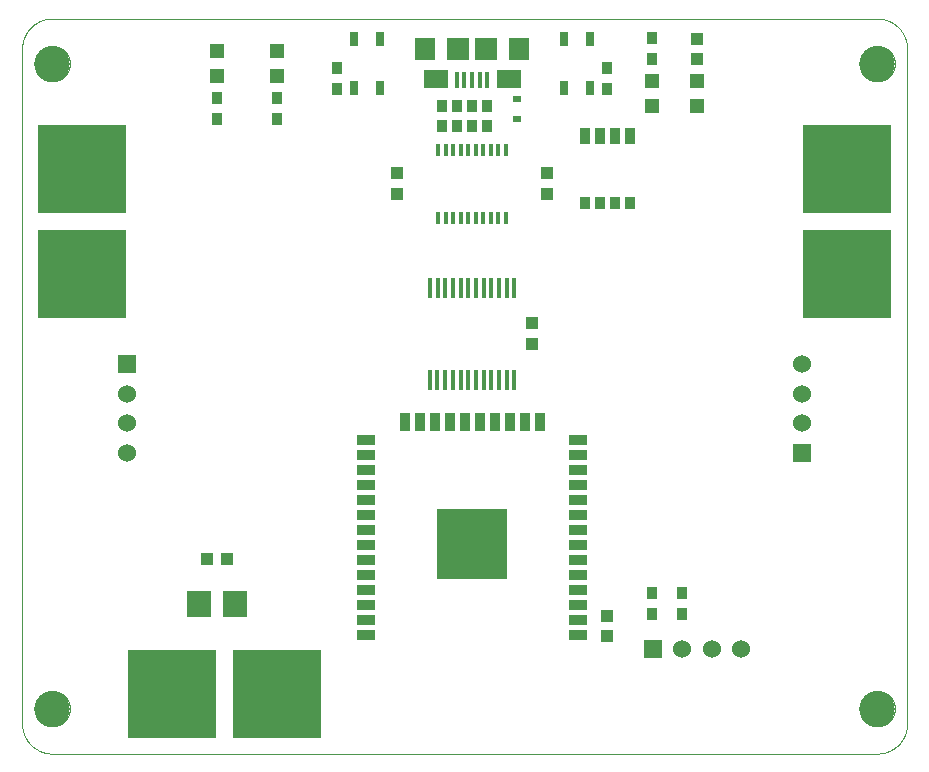
<source format=gts>
G75*
%MOIN*%
%OFA0B0*%
%FSLAX25Y25*%
%IPPOS*%
%LPD*%
%AMOC8*
5,1,8,0,0,1.08239X$1,22.5*
%
%ADD10C,0.00000*%
%ADD11R,0.02500X0.05000*%
%ADD12R,0.04252X0.04134*%
%ADD13R,0.07874X0.08661*%
%ADD14R,0.03937X0.04331*%
%ADD15R,0.04331X0.03937*%
%ADD16R,0.03346X0.04134*%
%ADD17R,0.06000X0.06000*%
%ADD18C,0.06000*%
%ADD19R,0.03150X0.02362*%
%ADD20R,0.01500X0.04303*%
%ADD21R,0.01575X0.05315*%
%ADD22R,0.08268X0.06299*%
%ADD23R,0.07087X0.07480*%
%ADD24R,0.07480X0.07480*%
%ADD25R,0.04724X0.04724*%
%ADD26R,0.01772X0.07087*%
%ADD27R,0.29528X0.29528*%
%ADD28C,0.11811*%
%ADD29R,0.03346X0.05709*%
%ADD30R,0.05906X0.03543*%
%ADD31R,0.03543X0.05906*%
%ADD32R,0.23622X0.23622*%
D10*
X0076800Y0058933D02*
X0351800Y0058933D01*
X0352042Y0058936D01*
X0352283Y0058945D01*
X0352524Y0058959D01*
X0352765Y0058980D01*
X0353005Y0059006D01*
X0353245Y0059038D01*
X0353484Y0059076D01*
X0353721Y0059119D01*
X0353958Y0059169D01*
X0354193Y0059224D01*
X0354427Y0059284D01*
X0354659Y0059351D01*
X0354890Y0059422D01*
X0355119Y0059500D01*
X0355346Y0059583D01*
X0355571Y0059671D01*
X0355794Y0059765D01*
X0356014Y0059864D01*
X0356232Y0059969D01*
X0356447Y0060078D01*
X0356660Y0060193D01*
X0356870Y0060313D01*
X0357076Y0060438D01*
X0357280Y0060568D01*
X0357481Y0060703D01*
X0357678Y0060843D01*
X0357872Y0060987D01*
X0358062Y0061136D01*
X0358248Y0061290D01*
X0358431Y0061448D01*
X0358610Y0061610D01*
X0358785Y0061777D01*
X0358956Y0061948D01*
X0359123Y0062123D01*
X0359285Y0062302D01*
X0359443Y0062485D01*
X0359597Y0062671D01*
X0359746Y0062861D01*
X0359890Y0063055D01*
X0360030Y0063252D01*
X0360165Y0063453D01*
X0360295Y0063657D01*
X0360420Y0063863D01*
X0360540Y0064073D01*
X0360655Y0064286D01*
X0360764Y0064501D01*
X0360869Y0064719D01*
X0360968Y0064939D01*
X0361062Y0065162D01*
X0361150Y0065387D01*
X0361233Y0065614D01*
X0361311Y0065843D01*
X0361382Y0066074D01*
X0361449Y0066306D01*
X0361509Y0066540D01*
X0361564Y0066775D01*
X0361614Y0067012D01*
X0361657Y0067249D01*
X0361695Y0067488D01*
X0361727Y0067728D01*
X0361753Y0067968D01*
X0361774Y0068209D01*
X0361788Y0068450D01*
X0361797Y0068691D01*
X0361800Y0068933D01*
X0361800Y0293933D01*
X0361797Y0294175D01*
X0361788Y0294416D01*
X0361774Y0294657D01*
X0361753Y0294898D01*
X0361727Y0295138D01*
X0361695Y0295378D01*
X0361657Y0295617D01*
X0361614Y0295854D01*
X0361564Y0296091D01*
X0361509Y0296326D01*
X0361449Y0296560D01*
X0361382Y0296792D01*
X0361311Y0297023D01*
X0361233Y0297252D01*
X0361150Y0297479D01*
X0361062Y0297704D01*
X0360968Y0297927D01*
X0360869Y0298147D01*
X0360764Y0298365D01*
X0360655Y0298580D01*
X0360540Y0298793D01*
X0360420Y0299003D01*
X0360295Y0299209D01*
X0360165Y0299413D01*
X0360030Y0299614D01*
X0359890Y0299811D01*
X0359746Y0300005D01*
X0359597Y0300195D01*
X0359443Y0300381D01*
X0359285Y0300564D01*
X0359123Y0300743D01*
X0358956Y0300918D01*
X0358785Y0301089D01*
X0358610Y0301256D01*
X0358431Y0301418D01*
X0358248Y0301576D01*
X0358062Y0301730D01*
X0357872Y0301879D01*
X0357678Y0302023D01*
X0357481Y0302163D01*
X0357280Y0302298D01*
X0357076Y0302428D01*
X0356870Y0302553D01*
X0356660Y0302673D01*
X0356447Y0302788D01*
X0356232Y0302897D01*
X0356014Y0303002D01*
X0355794Y0303101D01*
X0355571Y0303195D01*
X0355346Y0303283D01*
X0355119Y0303366D01*
X0354890Y0303444D01*
X0354659Y0303515D01*
X0354427Y0303582D01*
X0354193Y0303642D01*
X0353958Y0303697D01*
X0353721Y0303747D01*
X0353484Y0303790D01*
X0353245Y0303828D01*
X0353005Y0303860D01*
X0352765Y0303886D01*
X0352524Y0303907D01*
X0352283Y0303921D01*
X0352042Y0303930D01*
X0351800Y0303933D01*
X0076800Y0303933D01*
X0076558Y0303930D01*
X0076317Y0303921D01*
X0076076Y0303907D01*
X0075835Y0303886D01*
X0075595Y0303860D01*
X0075355Y0303828D01*
X0075116Y0303790D01*
X0074879Y0303747D01*
X0074642Y0303697D01*
X0074407Y0303642D01*
X0074173Y0303582D01*
X0073941Y0303515D01*
X0073710Y0303444D01*
X0073481Y0303366D01*
X0073254Y0303283D01*
X0073029Y0303195D01*
X0072806Y0303101D01*
X0072586Y0303002D01*
X0072368Y0302897D01*
X0072153Y0302788D01*
X0071940Y0302673D01*
X0071730Y0302553D01*
X0071524Y0302428D01*
X0071320Y0302298D01*
X0071119Y0302163D01*
X0070922Y0302023D01*
X0070728Y0301879D01*
X0070538Y0301730D01*
X0070352Y0301576D01*
X0070169Y0301418D01*
X0069990Y0301256D01*
X0069815Y0301089D01*
X0069644Y0300918D01*
X0069477Y0300743D01*
X0069315Y0300564D01*
X0069157Y0300381D01*
X0069003Y0300195D01*
X0068854Y0300005D01*
X0068710Y0299811D01*
X0068570Y0299614D01*
X0068435Y0299413D01*
X0068305Y0299209D01*
X0068180Y0299003D01*
X0068060Y0298793D01*
X0067945Y0298580D01*
X0067836Y0298365D01*
X0067731Y0298147D01*
X0067632Y0297927D01*
X0067538Y0297704D01*
X0067450Y0297479D01*
X0067367Y0297252D01*
X0067289Y0297023D01*
X0067218Y0296792D01*
X0067151Y0296560D01*
X0067091Y0296326D01*
X0067036Y0296091D01*
X0066986Y0295854D01*
X0066943Y0295617D01*
X0066905Y0295378D01*
X0066873Y0295138D01*
X0066847Y0294898D01*
X0066826Y0294657D01*
X0066812Y0294416D01*
X0066803Y0294175D01*
X0066800Y0293933D01*
X0066800Y0068933D01*
X0066803Y0068691D01*
X0066812Y0068450D01*
X0066826Y0068209D01*
X0066847Y0067968D01*
X0066873Y0067728D01*
X0066905Y0067488D01*
X0066943Y0067249D01*
X0066986Y0067012D01*
X0067036Y0066775D01*
X0067091Y0066540D01*
X0067151Y0066306D01*
X0067218Y0066074D01*
X0067289Y0065843D01*
X0067367Y0065614D01*
X0067450Y0065387D01*
X0067538Y0065162D01*
X0067632Y0064939D01*
X0067731Y0064719D01*
X0067836Y0064501D01*
X0067945Y0064286D01*
X0068060Y0064073D01*
X0068180Y0063863D01*
X0068305Y0063657D01*
X0068435Y0063453D01*
X0068570Y0063252D01*
X0068710Y0063055D01*
X0068854Y0062861D01*
X0069003Y0062671D01*
X0069157Y0062485D01*
X0069315Y0062302D01*
X0069477Y0062123D01*
X0069644Y0061948D01*
X0069815Y0061777D01*
X0069990Y0061610D01*
X0070169Y0061448D01*
X0070352Y0061290D01*
X0070538Y0061136D01*
X0070728Y0060987D01*
X0070922Y0060843D01*
X0071119Y0060703D01*
X0071320Y0060568D01*
X0071524Y0060438D01*
X0071730Y0060313D01*
X0071940Y0060193D01*
X0072153Y0060078D01*
X0072368Y0059969D01*
X0072586Y0059864D01*
X0072806Y0059765D01*
X0073029Y0059671D01*
X0073254Y0059583D01*
X0073481Y0059500D01*
X0073710Y0059422D01*
X0073941Y0059351D01*
X0074173Y0059284D01*
X0074407Y0059224D01*
X0074642Y0059169D01*
X0074879Y0059119D01*
X0075116Y0059076D01*
X0075355Y0059038D01*
X0075595Y0059006D01*
X0075835Y0058980D01*
X0076076Y0058959D01*
X0076317Y0058945D01*
X0076558Y0058936D01*
X0076800Y0058933D01*
X0070894Y0073933D02*
X0070896Y0074086D01*
X0070902Y0074240D01*
X0070912Y0074393D01*
X0070926Y0074545D01*
X0070944Y0074698D01*
X0070966Y0074849D01*
X0070991Y0075000D01*
X0071021Y0075151D01*
X0071055Y0075301D01*
X0071092Y0075449D01*
X0071133Y0075597D01*
X0071178Y0075743D01*
X0071227Y0075889D01*
X0071280Y0076033D01*
X0071336Y0076175D01*
X0071396Y0076316D01*
X0071460Y0076456D01*
X0071527Y0076594D01*
X0071598Y0076730D01*
X0071673Y0076864D01*
X0071750Y0076996D01*
X0071832Y0077126D01*
X0071916Y0077254D01*
X0072004Y0077380D01*
X0072095Y0077503D01*
X0072189Y0077624D01*
X0072287Y0077742D01*
X0072387Y0077858D01*
X0072491Y0077971D01*
X0072597Y0078082D01*
X0072706Y0078190D01*
X0072818Y0078295D01*
X0072932Y0078396D01*
X0073050Y0078495D01*
X0073169Y0078591D01*
X0073291Y0078684D01*
X0073416Y0078773D01*
X0073543Y0078860D01*
X0073672Y0078942D01*
X0073803Y0079022D01*
X0073936Y0079098D01*
X0074071Y0079171D01*
X0074208Y0079240D01*
X0074347Y0079305D01*
X0074487Y0079367D01*
X0074629Y0079425D01*
X0074772Y0079480D01*
X0074917Y0079531D01*
X0075063Y0079578D01*
X0075210Y0079621D01*
X0075358Y0079660D01*
X0075507Y0079696D01*
X0075657Y0079727D01*
X0075808Y0079755D01*
X0075959Y0079779D01*
X0076112Y0079799D01*
X0076264Y0079815D01*
X0076417Y0079827D01*
X0076570Y0079835D01*
X0076723Y0079839D01*
X0076877Y0079839D01*
X0077030Y0079835D01*
X0077183Y0079827D01*
X0077336Y0079815D01*
X0077488Y0079799D01*
X0077641Y0079779D01*
X0077792Y0079755D01*
X0077943Y0079727D01*
X0078093Y0079696D01*
X0078242Y0079660D01*
X0078390Y0079621D01*
X0078537Y0079578D01*
X0078683Y0079531D01*
X0078828Y0079480D01*
X0078971Y0079425D01*
X0079113Y0079367D01*
X0079253Y0079305D01*
X0079392Y0079240D01*
X0079529Y0079171D01*
X0079664Y0079098D01*
X0079797Y0079022D01*
X0079928Y0078942D01*
X0080057Y0078860D01*
X0080184Y0078773D01*
X0080309Y0078684D01*
X0080431Y0078591D01*
X0080550Y0078495D01*
X0080668Y0078396D01*
X0080782Y0078295D01*
X0080894Y0078190D01*
X0081003Y0078082D01*
X0081109Y0077971D01*
X0081213Y0077858D01*
X0081313Y0077742D01*
X0081411Y0077624D01*
X0081505Y0077503D01*
X0081596Y0077380D01*
X0081684Y0077254D01*
X0081768Y0077126D01*
X0081850Y0076996D01*
X0081927Y0076864D01*
X0082002Y0076730D01*
X0082073Y0076594D01*
X0082140Y0076456D01*
X0082204Y0076316D01*
X0082264Y0076175D01*
X0082320Y0076033D01*
X0082373Y0075889D01*
X0082422Y0075743D01*
X0082467Y0075597D01*
X0082508Y0075449D01*
X0082545Y0075301D01*
X0082579Y0075151D01*
X0082609Y0075000D01*
X0082634Y0074849D01*
X0082656Y0074698D01*
X0082674Y0074545D01*
X0082688Y0074393D01*
X0082698Y0074240D01*
X0082704Y0074086D01*
X0082706Y0073933D01*
X0082704Y0073780D01*
X0082698Y0073626D01*
X0082688Y0073473D01*
X0082674Y0073321D01*
X0082656Y0073168D01*
X0082634Y0073017D01*
X0082609Y0072866D01*
X0082579Y0072715D01*
X0082545Y0072565D01*
X0082508Y0072417D01*
X0082467Y0072269D01*
X0082422Y0072123D01*
X0082373Y0071977D01*
X0082320Y0071833D01*
X0082264Y0071691D01*
X0082204Y0071550D01*
X0082140Y0071410D01*
X0082073Y0071272D01*
X0082002Y0071136D01*
X0081927Y0071002D01*
X0081850Y0070870D01*
X0081768Y0070740D01*
X0081684Y0070612D01*
X0081596Y0070486D01*
X0081505Y0070363D01*
X0081411Y0070242D01*
X0081313Y0070124D01*
X0081213Y0070008D01*
X0081109Y0069895D01*
X0081003Y0069784D01*
X0080894Y0069676D01*
X0080782Y0069571D01*
X0080668Y0069470D01*
X0080550Y0069371D01*
X0080431Y0069275D01*
X0080309Y0069182D01*
X0080184Y0069093D01*
X0080057Y0069006D01*
X0079928Y0068924D01*
X0079797Y0068844D01*
X0079664Y0068768D01*
X0079529Y0068695D01*
X0079392Y0068626D01*
X0079253Y0068561D01*
X0079113Y0068499D01*
X0078971Y0068441D01*
X0078828Y0068386D01*
X0078683Y0068335D01*
X0078537Y0068288D01*
X0078390Y0068245D01*
X0078242Y0068206D01*
X0078093Y0068170D01*
X0077943Y0068139D01*
X0077792Y0068111D01*
X0077641Y0068087D01*
X0077488Y0068067D01*
X0077336Y0068051D01*
X0077183Y0068039D01*
X0077030Y0068031D01*
X0076877Y0068027D01*
X0076723Y0068027D01*
X0076570Y0068031D01*
X0076417Y0068039D01*
X0076264Y0068051D01*
X0076112Y0068067D01*
X0075959Y0068087D01*
X0075808Y0068111D01*
X0075657Y0068139D01*
X0075507Y0068170D01*
X0075358Y0068206D01*
X0075210Y0068245D01*
X0075063Y0068288D01*
X0074917Y0068335D01*
X0074772Y0068386D01*
X0074629Y0068441D01*
X0074487Y0068499D01*
X0074347Y0068561D01*
X0074208Y0068626D01*
X0074071Y0068695D01*
X0073936Y0068768D01*
X0073803Y0068844D01*
X0073672Y0068924D01*
X0073543Y0069006D01*
X0073416Y0069093D01*
X0073291Y0069182D01*
X0073169Y0069275D01*
X0073050Y0069371D01*
X0072932Y0069470D01*
X0072818Y0069571D01*
X0072706Y0069676D01*
X0072597Y0069784D01*
X0072491Y0069895D01*
X0072387Y0070008D01*
X0072287Y0070124D01*
X0072189Y0070242D01*
X0072095Y0070363D01*
X0072004Y0070486D01*
X0071916Y0070612D01*
X0071832Y0070740D01*
X0071750Y0070870D01*
X0071673Y0071002D01*
X0071598Y0071136D01*
X0071527Y0071272D01*
X0071460Y0071410D01*
X0071396Y0071550D01*
X0071336Y0071691D01*
X0071280Y0071833D01*
X0071227Y0071977D01*
X0071178Y0072123D01*
X0071133Y0072269D01*
X0071092Y0072417D01*
X0071055Y0072565D01*
X0071021Y0072715D01*
X0070991Y0072866D01*
X0070966Y0073017D01*
X0070944Y0073168D01*
X0070926Y0073321D01*
X0070912Y0073473D01*
X0070902Y0073626D01*
X0070896Y0073780D01*
X0070894Y0073933D01*
X0070894Y0288933D02*
X0070896Y0289086D01*
X0070902Y0289240D01*
X0070912Y0289393D01*
X0070926Y0289545D01*
X0070944Y0289698D01*
X0070966Y0289849D01*
X0070991Y0290000D01*
X0071021Y0290151D01*
X0071055Y0290301D01*
X0071092Y0290449D01*
X0071133Y0290597D01*
X0071178Y0290743D01*
X0071227Y0290889D01*
X0071280Y0291033D01*
X0071336Y0291175D01*
X0071396Y0291316D01*
X0071460Y0291456D01*
X0071527Y0291594D01*
X0071598Y0291730D01*
X0071673Y0291864D01*
X0071750Y0291996D01*
X0071832Y0292126D01*
X0071916Y0292254D01*
X0072004Y0292380D01*
X0072095Y0292503D01*
X0072189Y0292624D01*
X0072287Y0292742D01*
X0072387Y0292858D01*
X0072491Y0292971D01*
X0072597Y0293082D01*
X0072706Y0293190D01*
X0072818Y0293295D01*
X0072932Y0293396D01*
X0073050Y0293495D01*
X0073169Y0293591D01*
X0073291Y0293684D01*
X0073416Y0293773D01*
X0073543Y0293860D01*
X0073672Y0293942D01*
X0073803Y0294022D01*
X0073936Y0294098D01*
X0074071Y0294171D01*
X0074208Y0294240D01*
X0074347Y0294305D01*
X0074487Y0294367D01*
X0074629Y0294425D01*
X0074772Y0294480D01*
X0074917Y0294531D01*
X0075063Y0294578D01*
X0075210Y0294621D01*
X0075358Y0294660D01*
X0075507Y0294696D01*
X0075657Y0294727D01*
X0075808Y0294755D01*
X0075959Y0294779D01*
X0076112Y0294799D01*
X0076264Y0294815D01*
X0076417Y0294827D01*
X0076570Y0294835D01*
X0076723Y0294839D01*
X0076877Y0294839D01*
X0077030Y0294835D01*
X0077183Y0294827D01*
X0077336Y0294815D01*
X0077488Y0294799D01*
X0077641Y0294779D01*
X0077792Y0294755D01*
X0077943Y0294727D01*
X0078093Y0294696D01*
X0078242Y0294660D01*
X0078390Y0294621D01*
X0078537Y0294578D01*
X0078683Y0294531D01*
X0078828Y0294480D01*
X0078971Y0294425D01*
X0079113Y0294367D01*
X0079253Y0294305D01*
X0079392Y0294240D01*
X0079529Y0294171D01*
X0079664Y0294098D01*
X0079797Y0294022D01*
X0079928Y0293942D01*
X0080057Y0293860D01*
X0080184Y0293773D01*
X0080309Y0293684D01*
X0080431Y0293591D01*
X0080550Y0293495D01*
X0080668Y0293396D01*
X0080782Y0293295D01*
X0080894Y0293190D01*
X0081003Y0293082D01*
X0081109Y0292971D01*
X0081213Y0292858D01*
X0081313Y0292742D01*
X0081411Y0292624D01*
X0081505Y0292503D01*
X0081596Y0292380D01*
X0081684Y0292254D01*
X0081768Y0292126D01*
X0081850Y0291996D01*
X0081927Y0291864D01*
X0082002Y0291730D01*
X0082073Y0291594D01*
X0082140Y0291456D01*
X0082204Y0291316D01*
X0082264Y0291175D01*
X0082320Y0291033D01*
X0082373Y0290889D01*
X0082422Y0290743D01*
X0082467Y0290597D01*
X0082508Y0290449D01*
X0082545Y0290301D01*
X0082579Y0290151D01*
X0082609Y0290000D01*
X0082634Y0289849D01*
X0082656Y0289698D01*
X0082674Y0289545D01*
X0082688Y0289393D01*
X0082698Y0289240D01*
X0082704Y0289086D01*
X0082706Y0288933D01*
X0082704Y0288780D01*
X0082698Y0288626D01*
X0082688Y0288473D01*
X0082674Y0288321D01*
X0082656Y0288168D01*
X0082634Y0288017D01*
X0082609Y0287866D01*
X0082579Y0287715D01*
X0082545Y0287565D01*
X0082508Y0287417D01*
X0082467Y0287269D01*
X0082422Y0287123D01*
X0082373Y0286977D01*
X0082320Y0286833D01*
X0082264Y0286691D01*
X0082204Y0286550D01*
X0082140Y0286410D01*
X0082073Y0286272D01*
X0082002Y0286136D01*
X0081927Y0286002D01*
X0081850Y0285870D01*
X0081768Y0285740D01*
X0081684Y0285612D01*
X0081596Y0285486D01*
X0081505Y0285363D01*
X0081411Y0285242D01*
X0081313Y0285124D01*
X0081213Y0285008D01*
X0081109Y0284895D01*
X0081003Y0284784D01*
X0080894Y0284676D01*
X0080782Y0284571D01*
X0080668Y0284470D01*
X0080550Y0284371D01*
X0080431Y0284275D01*
X0080309Y0284182D01*
X0080184Y0284093D01*
X0080057Y0284006D01*
X0079928Y0283924D01*
X0079797Y0283844D01*
X0079664Y0283768D01*
X0079529Y0283695D01*
X0079392Y0283626D01*
X0079253Y0283561D01*
X0079113Y0283499D01*
X0078971Y0283441D01*
X0078828Y0283386D01*
X0078683Y0283335D01*
X0078537Y0283288D01*
X0078390Y0283245D01*
X0078242Y0283206D01*
X0078093Y0283170D01*
X0077943Y0283139D01*
X0077792Y0283111D01*
X0077641Y0283087D01*
X0077488Y0283067D01*
X0077336Y0283051D01*
X0077183Y0283039D01*
X0077030Y0283031D01*
X0076877Y0283027D01*
X0076723Y0283027D01*
X0076570Y0283031D01*
X0076417Y0283039D01*
X0076264Y0283051D01*
X0076112Y0283067D01*
X0075959Y0283087D01*
X0075808Y0283111D01*
X0075657Y0283139D01*
X0075507Y0283170D01*
X0075358Y0283206D01*
X0075210Y0283245D01*
X0075063Y0283288D01*
X0074917Y0283335D01*
X0074772Y0283386D01*
X0074629Y0283441D01*
X0074487Y0283499D01*
X0074347Y0283561D01*
X0074208Y0283626D01*
X0074071Y0283695D01*
X0073936Y0283768D01*
X0073803Y0283844D01*
X0073672Y0283924D01*
X0073543Y0284006D01*
X0073416Y0284093D01*
X0073291Y0284182D01*
X0073169Y0284275D01*
X0073050Y0284371D01*
X0072932Y0284470D01*
X0072818Y0284571D01*
X0072706Y0284676D01*
X0072597Y0284784D01*
X0072491Y0284895D01*
X0072387Y0285008D01*
X0072287Y0285124D01*
X0072189Y0285242D01*
X0072095Y0285363D01*
X0072004Y0285486D01*
X0071916Y0285612D01*
X0071832Y0285740D01*
X0071750Y0285870D01*
X0071673Y0286002D01*
X0071598Y0286136D01*
X0071527Y0286272D01*
X0071460Y0286410D01*
X0071396Y0286550D01*
X0071336Y0286691D01*
X0071280Y0286833D01*
X0071227Y0286977D01*
X0071178Y0287123D01*
X0071133Y0287269D01*
X0071092Y0287417D01*
X0071055Y0287565D01*
X0071021Y0287715D01*
X0070991Y0287866D01*
X0070966Y0288017D01*
X0070944Y0288168D01*
X0070926Y0288321D01*
X0070912Y0288473D01*
X0070902Y0288626D01*
X0070896Y0288780D01*
X0070894Y0288933D01*
X0345894Y0288933D02*
X0345896Y0289086D01*
X0345902Y0289240D01*
X0345912Y0289393D01*
X0345926Y0289545D01*
X0345944Y0289698D01*
X0345966Y0289849D01*
X0345991Y0290000D01*
X0346021Y0290151D01*
X0346055Y0290301D01*
X0346092Y0290449D01*
X0346133Y0290597D01*
X0346178Y0290743D01*
X0346227Y0290889D01*
X0346280Y0291033D01*
X0346336Y0291175D01*
X0346396Y0291316D01*
X0346460Y0291456D01*
X0346527Y0291594D01*
X0346598Y0291730D01*
X0346673Y0291864D01*
X0346750Y0291996D01*
X0346832Y0292126D01*
X0346916Y0292254D01*
X0347004Y0292380D01*
X0347095Y0292503D01*
X0347189Y0292624D01*
X0347287Y0292742D01*
X0347387Y0292858D01*
X0347491Y0292971D01*
X0347597Y0293082D01*
X0347706Y0293190D01*
X0347818Y0293295D01*
X0347932Y0293396D01*
X0348050Y0293495D01*
X0348169Y0293591D01*
X0348291Y0293684D01*
X0348416Y0293773D01*
X0348543Y0293860D01*
X0348672Y0293942D01*
X0348803Y0294022D01*
X0348936Y0294098D01*
X0349071Y0294171D01*
X0349208Y0294240D01*
X0349347Y0294305D01*
X0349487Y0294367D01*
X0349629Y0294425D01*
X0349772Y0294480D01*
X0349917Y0294531D01*
X0350063Y0294578D01*
X0350210Y0294621D01*
X0350358Y0294660D01*
X0350507Y0294696D01*
X0350657Y0294727D01*
X0350808Y0294755D01*
X0350959Y0294779D01*
X0351112Y0294799D01*
X0351264Y0294815D01*
X0351417Y0294827D01*
X0351570Y0294835D01*
X0351723Y0294839D01*
X0351877Y0294839D01*
X0352030Y0294835D01*
X0352183Y0294827D01*
X0352336Y0294815D01*
X0352488Y0294799D01*
X0352641Y0294779D01*
X0352792Y0294755D01*
X0352943Y0294727D01*
X0353093Y0294696D01*
X0353242Y0294660D01*
X0353390Y0294621D01*
X0353537Y0294578D01*
X0353683Y0294531D01*
X0353828Y0294480D01*
X0353971Y0294425D01*
X0354113Y0294367D01*
X0354253Y0294305D01*
X0354392Y0294240D01*
X0354529Y0294171D01*
X0354664Y0294098D01*
X0354797Y0294022D01*
X0354928Y0293942D01*
X0355057Y0293860D01*
X0355184Y0293773D01*
X0355309Y0293684D01*
X0355431Y0293591D01*
X0355550Y0293495D01*
X0355668Y0293396D01*
X0355782Y0293295D01*
X0355894Y0293190D01*
X0356003Y0293082D01*
X0356109Y0292971D01*
X0356213Y0292858D01*
X0356313Y0292742D01*
X0356411Y0292624D01*
X0356505Y0292503D01*
X0356596Y0292380D01*
X0356684Y0292254D01*
X0356768Y0292126D01*
X0356850Y0291996D01*
X0356927Y0291864D01*
X0357002Y0291730D01*
X0357073Y0291594D01*
X0357140Y0291456D01*
X0357204Y0291316D01*
X0357264Y0291175D01*
X0357320Y0291033D01*
X0357373Y0290889D01*
X0357422Y0290743D01*
X0357467Y0290597D01*
X0357508Y0290449D01*
X0357545Y0290301D01*
X0357579Y0290151D01*
X0357609Y0290000D01*
X0357634Y0289849D01*
X0357656Y0289698D01*
X0357674Y0289545D01*
X0357688Y0289393D01*
X0357698Y0289240D01*
X0357704Y0289086D01*
X0357706Y0288933D01*
X0357704Y0288780D01*
X0357698Y0288626D01*
X0357688Y0288473D01*
X0357674Y0288321D01*
X0357656Y0288168D01*
X0357634Y0288017D01*
X0357609Y0287866D01*
X0357579Y0287715D01*
X0357545Y0287565D01*
X0357508Y0287417D01*
X0357467Y0287269D01*
X0357422Y0287123D01*
X0357373Y0286977D01*
X0357320Y0286833D01*
X0357264Y0286691D01*
X0357204Y0286550D01*
X0357140Y0286410D01*
X0357073Y0286272D01*
X0357002Y0286136D01*
X0356927Y0286002D01*
X0356850Y0285870D01*
X0356768Y0285740D01*
X0356684Y0285612D01*
X0356596Y0285486D01*
X0356505Y0285363D01*
X0356411Y0285242D01*
X0356313Y0285124D01*
X0356213Y0285008D01*
X0356109Y0284895D01*
X0356003Y0284784D01*
X0355894Y0284676D01*
X0355782Y0284571D01*
X0355668Y0284470D01*
X0355550Y0284371D01*
X0355431Y0284275D01*
X0355309Y0284182D01*
X0355184Y0284093D01*
X0355057Y0284006D01*
X0354928Y0283924D01*
X0354797Y0283844D01*
X0354664Y0283768D01*
X0354529Y0283695D01*
X0354392Y0283626D01*
X0354253Y0283561D01*
X0354113Y0283499D01*
X0353971Y0283441D01*
X0353828Y0283386D01*
X0353683Y0283335D01*
X0353537Y0283288D01*
X0353390Y0283245D01*
X0353242Y0283206D01*
X0353093Y0283170D01*
X0352943Y0283139D01*
X0352792Y0283111D01*
X0352641Y0283087D01*
X0352488Y0283067D01*
X0352336Y0283051D01*
X0352183Y0283039D01*
X0352030Y0283031D01*
X0351877Y0283027D01*
X0351723Y0283027D01*
X0351570Y0283031D01*
X0351417Y0283039D01*
X0351264Y0283051D01*
X0351112Y0283067D01*
X0350959Y0283087D01*
X0350808Y0283111D01*
X0350657Y0283139D01*
X0350507Y0283170D01*
X0350358Y0283206D01*
X0350210Y0283245D01*
X0350063Y0283288D01*
X0349917Y0283335D01*
X0349772Y0283386D01*
X0349629Y0283441D01*
X0349487Y0283499D01*
X0349347Y0283561D01*
X0349208Y0283626D01*
X0349071Y0283695D01*
X0348936Y0283768D01*
X0348803Y0283844D01*
X0348672Y0283924D01*
X0348543Y0284006D01*
X0348416Y0284093D01*
X0348291Y0284182D01*
X0348169Y0284275D01*
X0348050Y0284371D01*
X0347932Y0284470D01*
X0347818Y0284571D01*
X0347706Y0284676D01*
X0347597Y0284784D01*
X0347491Y0284895D01*
X0347387Y0285008D01*
X0347287Y0285124D01*
X0347189Y0285242D01*
X0347095Y0285363D01*
X0347004Y0285486D01*
X0346916Y0285612D01*
X0346832Y0285740D01*
X0346750Y0285870D01*
X0346673Y0286002D01*
X0346598Y0286136D01*
X0346527Y0286272D01*
X0346460Y0286410D01*
X0346396Y0286550D01*
X0346336Y0286691D01*
X0346280Y0286833D01*
X0346227Y0286977D01*
X0346178Y0287123D01*
X0346133Y0287269D01*
X0346092Y0287417D01*
X0346055Y0287565D01*
X0346021Y0287715D01*
X0345991Y0287866D01*
X0345966Y0288017D01*
X0345944Y0288168D01*
X0345926Y0288321D01*
X0345912Y0288473D01*
X0345902Y0288626D01*
X0345896Y0288780D01*
X0345894Y0288933D01*
X0345894Y0073933D02*
X0345896Y0074086D01*
X0345902Y0074240D01*
X0345912Y0074393D01*
X0345926Y0074545D01*
X0345944Y0074698D01*
X0345966Y0074849D01*
X0345991Y0075000D01*
X0346021Y0075151D01*
X0346055Y0075301D01*
X0346092Y0075449D01*
X0346133Y0075597D01*
X0346178Y0075743D01*
X0346227Y0075889D01*
X0346280Y0076033D01*
X0346336Y0076175D01*
X0346396Y0076316D01*
X0346460Y0076456D01*
X0346527Y0076594D01*
X0346598Y0076730D01*
X0346673Y0076864D01*
X0346750Y0076996D01*
X0346832Y0077126D01*
X0346916Y0077254D01*
X0347004Y0077380D01*
X0347095Y0077503D01*
X0347189Y0077624D01*
X0347287Y0077742D01*
X0347387Y0077858D01*
X0347491Y0077971D01*
X0347597Y0078082D01*
X0347706Y0078190D01*
X0347818Y0078295D01*
X0347932Y0078396D01*
X0348050Y0078495D01*
X0348169Y0078591D01*
X0348291Y0078684D01*
X0348416Y0078773D01*
X0348543Y0078860D01*
X0348672Y0078942D01*
X0348803Y0079022D01*
X0348936Y0079098D01*
X0349071Y0079171D01*
X0349208Y0079240D01*
X0349347Y0079305D01*
X0349487Y0079367D01*
X0349629Y0079425D01*
X0349772Y0079480D01*
X0349917Y0079531D01*
X0350063Y0079578D01*
X0350210Y0079621D01*
X0350358Y0079660D01*
X0350507Y0079696D01*
X0350657Y0079727D01*
X0350808Y0079755D01*
X0350959Y0079779D01*
X0351112Y0079799D01*
X0351264Y0079815D01*
X0351417Y0079827D01*
X0351570Y0079835D01*
X0351723Y0079839D01*
X0351877Y0079839D01*
X0352030Y0079835D01*
X0352183Y0079827D01*
X0352336Y0079815D01*
X0352488Y0079799D01*
X0352641Y0079779D01*
X0352792Y0079755D01*
X0352943Y0079727D01*
X0353093Y0079696D01*
X0353242Y0079660D01*
X0353390Y0079621D01*
X0353537Y0079578D01*
X0353683Y0079531D01*
X0353828Y0079480D01*
X0353971Y0079425D01*
X0354113Y0079367D01*
X0354253Y0079305D01*
X0354392Y0079240D01*
X0354529Y0079171D01*
X0354664Y0079098D01*
X0354797Y0079022D01*
X0354928Y0078942D01*
X0355057Y0078860D01*
X0355184Y0078773D01*
X0355309Y0078684D01*
X0355431Y0078591D01*
X0355550Y0078495D01*
X0355668Y0078396D01*
X0355782Y0078295D01*
X0355894Y0078190D01*
X0356003Y0078082D01*
X0356109Y0077971D01*
X0356213Y0077858D01*
X0356313Y0077742D01*
X0356411Y0077624D01*
X0356505Y0077503D01*
X0356596Y0077380D01*
X0356684Y0077254D01*
X0356768Y0077126D01*
X0356850Y0076996D01*
X0356927Y0076864D01*
X0357002Y0076730D01*
X0357073Y0076594D01*
X0357140Y0076456D01*
X0357204Y0076316D01*
X0357264Y0076175D01*
X0357320Y0076033D01*
X0357373Y0075889D01*
X0357422Y0075743D01*
X0357467Y0075597D01*
X0357508Y0075449D01*
X0357545Y0075301D01*
X0357579Y0075151D01*
X0357609Y0075000D01*
X0357634Y0074849D01*
X0357656Y0074698D01*
X0357674Y0074545D01*
X0357688Y0074393D01*
X0357698Y0074240D01*
X0357704Y0074086D01*
X0357706Y0073933D01*
X0357704Y0073780D01*
X0357698Y0073626D01*
X0357688Y0073473D01*
X0357674Y0073321D01*
X0357656Y0073168D01*
X0357634Y0073017D01*
X0357609Y0072866D01*
X0357579Y0072715D01*
X0357545Y0072565D01*
X0357508Y0072417D01*
X0357467Y0072269D01*
X0357422Y0072123D01*
X0357373Y0071977D01*
X0357320Y0071833D01*
X0357264Y0071691D01*
X0357204Y0071550D01*
X0357140Y0071410D01*
X0357073Y0071272D01*
X0357002Y0071136D01*
X0356927Y0071002D01*
X0356850Y0070870D01*
X0356768Y0070740D01*
X0356684Y0070612D01*
X0356596Y0070486D01*
X0356505Y0070363D01*
X0356411Y0070242D01*
X0356313Y0070124D01*
X0356213Y0070008D01*
X0356109Y0069895D01*
X0356003Y0069784D01*
X0355894Y0069676D01*
X0355782Y0069571D01*
X0355668Y0069470D01*
X0355550Y0069371D01*
X0355431Y0069275D01*
X0355309Y0069182D01*
X0355184Y0069093D01*
X0355057Y0069006D01*
X0354928Y0068924D01*
X0354797Y0068844D01*
X0354664Y0068768D01*
X0354529Y0068695D01*
X0354392Y0068626D01*
X0354253Y0068561D01*
X0354113Y0068499D01*
X0353971Y0068441D01*
X0353828Y0068386D01*
X0353683Y0068335D01*
X0353537Y0068288D01*
X0353390Y0068245D01*
X0353242Y0068206D01*
X0353093Y0068170D01*
X0352943Y0068139D01*
X0352792Y0068111D01*
X0352641Y0068087D01*
X0352488Y0068067D01*
X0352336Y0068051D01*
X0352183Y0068039D01*
X0352030Y0068031D01*
X0351877Y0068027D01*
X0351723Y0068027D01*
X0351570Y0068031D01*
X0351417Y0068039D01*
X0351264Y0068051D01*
X0351112Y0068067D01*
X0350959Y0068087D01*
X0350808Y0068111D01*
X0350657Y0068139D01*
X0350507Y0068170D01*
X0350358Y0068206D01*
X0350210Y0068245D01*
X0350063Y0068288D01*
X0349917Y0068335D01*
X0349772Y0068386D01*
X0349629Y0068441D01*
X0349487Y0068499D01*
X0349347Y0068561D01*
X0349208Y0068626D01*
X0349071Y0068695D01*
X0348936Y0068768D01*
X0348803Y0068844D01*
X0348672Y0068924D01*
X0348543Y0069006D01*
X0348416Y0069093D01*
X0348291Y0069182D01*
X0348169Y0069275D01*
X0348050Y0069371D01*
X0347932Y0069470D01*
X0347818Y0069571D01*
X0347706Y0069676D01*
X0347597Y0069784D01*
X0347491Y0069895D01*
X0347387Y0070008D01*
X0347287Y0070124D01*
X0347189Y0070242D01*
X0347095Y0070363D01*
X0347004Y0070486D01*
X0346916Y0070612D01*
X0346832Y0070740D01*
X0346750Y0070870D01*
X0346673Y0071002D01*
X0346598Y0071136D01*
X0346527Y0071272D01*
X0346460Y0071410D01*
X0346396Y0071550D01*
X0346336Y0071691D01*
X0346280Y0071833D01*
X0346227Y0071977D01*
X0346178Y0072123D01*
X0346133Y0072269D01*
X0346092Y0072417D01*
X0346055Y0072565D01*
X0346021Y0072715D01*
X0345991Y0072866D01*
X0345966Y0073017D01*
X0345944Y0073168D01*
X0345926Y0073321D01*
X0345912Y0073473D01*
X0345902Y0073626D01*
X0345896Y0073780D01*
X0345894Y0073933D01*
D11*
X0256032Y0280764D03*
X0247568Y0280764D03*
X0247568Y0297102D03*
X0256032Y0297102D03*
X0186032Y0297102D03*
X0177568Y0297102D03*
X0177568Y0280764D03*
X0186032Y0280764D03*
D12*
X0191800Y0252378D03*
X0191800Y0245488D03*
X0241800Y0245488D03*
X0241800Y0252378D03*
X0236800Y0202378D03*
X0236800Y0195488D03*
D13*
X0137706Y0108933D03*
X0125894Y0108933D03*
D14*
X0261800Y0104780D03*
X0261800Y0098087D03*
D15*
X0135146Y0123933D03*
X0128454Y0123933D03*
X0291800Y0290587D03*
X0291800Y0297280D03*
D16*
X0276800Y0297378D03*
X0276800Y0290488D03*
X0261800Y0287378D03*
X0261800Y0280488D03*
X0221800Y0274878D03*
X0216800Y0274878D03*
X0211800Y0274878D03*
X0206800Y0274878D03*
X0206800Y0267988D03*
X0211800Y0267988D03*
X0216800Y0267988D03*
X0221800Y0267988D03*
X0254300Y0242319D03*
X0259300Y0242319D03*
X0264300Y0242319D03*
X0269300Y0242319D03*
X0171800Y0280488D03*
X0171800Y0287378D03*
X0151800Y0277378D03*
X0151800Y0270488D03*
X0131800Y0270488D03*
X0131800Y0277378D03*
X0276800Y0112378D03*
X0276800Y0105488D03*
X0286800Y0105488D03*
X0286800Y0112378D03*
D17*
X0277036Y0093933D03*
X0326800Y0159169D03*
X0101800Y0188697D03*
D18*
X0101800Y0178854D03*
X0101800Y0169012D03*
X0101800Y0159169D03*
X0286879Y0093933D03*
X0296721Y0093933D03*
X0306564Y0093933D03*
X0326800Y0169012D03*
X0326800Y0178854D03*
X0326800Y0188697D03*
D19*
X0231800Y0270587D03*
X0231800Y0277280D03*
D20*
X0228050Y0260270D03*
X0225550Y0260270D03*
X0223050Y0260270D03*
X0220550Y0260270D03*
X0218050Y0260270D03*
X0215550Y0260270D03*
X0213050Y0260270D03*
X0210550Y0260270D03*
X0208050Y0260270D03*
X0205550Y0260270D03*
X0205550Y0237596D03*
X0208050Y0237596D03*
X0210550Y0237596D03*
X0213050Y0237596D03*
X0215550Y0237596D03*
X0218050Y0237596D03*
X0220550Y0237596D03*
X0223050Y0237596D03*
X0225550Y0237596D03*
X0228050Y0237596D03*
D21*
X0221918Y0283402D03*
X0219359Y0283402D03*
X0216800Y0283402D03*
X0214241Y0283402D03*
X0211682Y0283402D03*
D22*
X0204595Y0283894D03*
X0229005Y0283894D03*
D23*
X0232548Y0293933D03*
X0201052Y0293933D03*
D24*
X0212076Y0293933D03*
X0221524Y0293933D03*
D25*
X0276800Y0283067D03*
X0276800Y0274799D03*
X0291800Y0274799D03*
X0291800Y0283067D03*
X0151800Y0284799D03*
X0151800Y0293067D03*
X0131800Y0293067D03*
X0131800Y0284799D03*
D26*
X0202755Y0214228D03*
X0205314Y0214228D03*
X0207873Y0214228D03*
X0210432Y0214228D03*
X0212991Y0214228D03*
X0215550Y0214228D03*
X0218109Y0214228D03*
X0220668Y0214228D03*
X0223227Y0214228D03*
X0225786Y0214228D03*
X0228345Y0214228D03*
X0230904Y0214228D03*
X0230845Y0183520D03*
X0228286Y0183520D03*
X0225727Y0183520D03*
X0223168Y0183520D03*
X0220609Y0183520D03*
X0218050Y0183520D03*
X0215491Y0183520D03*
X0212932Y0183520D03*
X0210373Y0183520D03*
X0207814Y0183520D03*
X0205255Y0183520D03*
X0202696Y0183520D03*
D27*
X0086800Y0218933D03*
X0086800Y0253933D03*
X0116800Y0078933D03*
X0151800Y0078933D03*
X0341800Y0218933D03*
X0341800Y0253933D03*
D28*
X0351800Y0288933D03*
X0351800Y0073933D03*
X0076800Y0073933D03*
X0076800Y0288933D03*
D29*
X0254300Y0264760D03*
X0259300Y0264760D03*
X0264300Y0264760D03*
X0269300Y0264760D03*
D30*
X0252233Y0163618D03*
X0252233Y0158618D03*
X0252233Y0153618D03*
X0252233Y0148618D03*
X0252233Y0143618D03*
X0252233Y0138618D03*
X0252233Y0133618D03*
X0252233Y0128618D03*
X0252233Y0123618D03*
X0252233Y0118618D03*
X0252233Y0113618D03*
X0252233Y0108618D03*
X0252233Y0103618D03*
X0252233Y0098618D03*
X0181367Y0098618D03*
X0181367Y0103618D03*
X0181367Y0108618D03*
X0181367Y0113618D03*
X0181367Y0118618D03*
X0181367Y0123618D03*
X0181367Y0128618D03*
X0181367Y0133618D03*
X0181367Y0138618D03*
X0181367Y0143618D03*
X0181367Y0148618D03*
X0181367Y0153618D03*
X0181367Y0158618D03*
X0181367Y0163618D03*
D31*
X0194300Y0169484D03*
X0199300Y0169484D03*
X0204300Y0169484D03*
X0209300Y0169484D03*
X0214300Y0169484D03*
X0219300Y0169484D03*
X0224300Y0169484D03*
X0229300Y0169484D03*
X0234300Y0169484D03*
X0239300Y0169484D03*
D32*
X0216800Y0128933D03*
M02*

</source>
